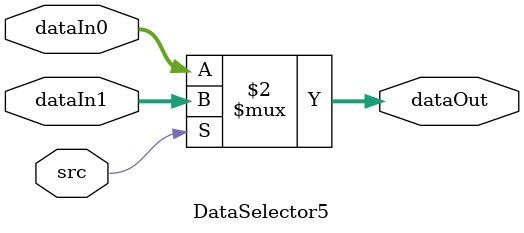
<source format=v>
`timescale 1ns / 1ps

module DataSelector5(
    input src,
    input [4:0] dataIn0,
    input [4:0] dataIn1,
    output [4:0] dataOut
    );
    assign dataOut[4:0] = (src == 0) ? dataIn0[4:0] : dataIn1[4:0];
endmodule

</source>
